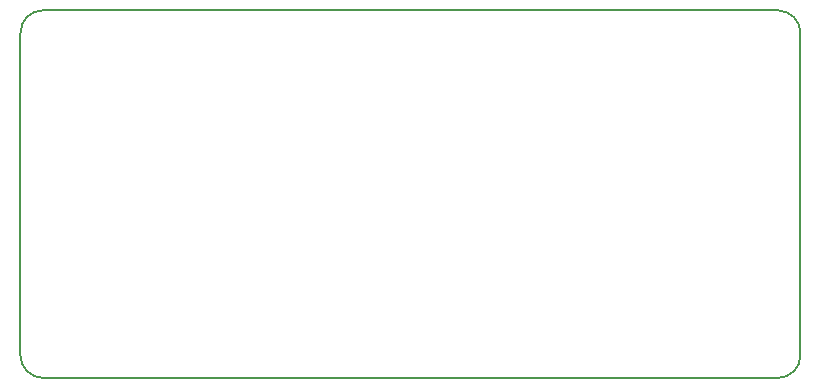
<source format=gm1>
G04 #@! TF.FileFunction,Profile,NP*
%FSLAX46Y46*%
G04 Gerber Fmt 4.6, Leading zero omitted, Abs format (unit mm)*
G04 Created by KiCad (PCBNEW 4.0.5) date 06/12/17 11:35:52*
%MOMM*%
%LPD*%
G01*
G04 APERTURE LIST*
%ADD10C,0.100000*%
%ADD11C,0.150000*%
G04 APERTURE END LIST*
D10*
D11*
X120015000Y-76200000D02*
X120015000Y-103505000D01*
X184150000Y-74295000D02*
X121920000Y-74295000D01*
X186055000Y-103505000D02*
X186055000Y-76200000D01*
X121920000Y-105410000D02*
X184150000Y-105410000D01*
X121920000Y-74295000D02*
G75*
G03X120015000Y-76200000I0J-1905000D01*
G01*
X186055000Y-76200000D02*
G75*
G03X184150000Y-74295000I-1905000J0D01*
G01*
X184150000Y-105410000D02*
G75*
G03X186055000Y-103505000I0J1905000D01*
G01*
X120015000Y-103505000D02*
G75*
G03X121920000Y-105410000I1905000J0D01*
G01*
M02*

</source>
